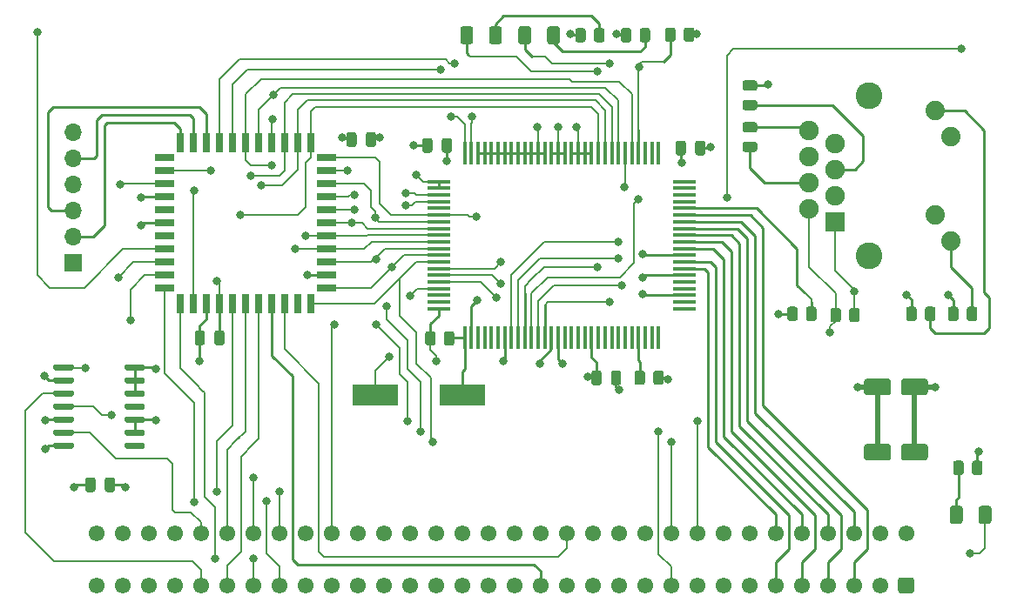
<source format=gtl>
G04 #@! TF.GenerationSoftware,KiCad,Pcbnew,(5.1.10)-1*
G04 #@! TF.CreationDate,2021-07-30T10:28:04+01:00*
G04 #@! TF.ProjectId,Eth8019,45746838-3031-4392-9e6b-696361645f70,rev?*
G04 #@! TF.SameCoordinates,Original*
G04 #@! TF.FileFunction,Copper,L1,Top*
G04 #@! TF.FilePolarity,Positive*
%FSLAX46Y46*%
G04 Gerber Fmt 4.6, Leading zero omitted, Abs format (unit mm)*
G04 Created by KiCad (PCBNEW (5.1.10)-1) date 2021-07-30 10:28:04*
%MOMM*%
%LPD*%
G01*
G04 APERTURE LIST*
G04 #@! TA.AperFunction,SMDPad,CuDef*
%ADD10R,4.500000X2.000000*%
G04 #@! TD*
G04 #@! TA.AperFunction,SMDPad,CuDef*
%ADD11R,2.200000X0.350000*%
G04 #@! TD*
G04 #@! TA.AperFunction,SMDPad,CuDef*
%ADD12R,0.350000X2.200000*%
G04 #@! TD*
G04 #@! TA.AperFunction,SMDPad,CuDef*
%ADD13R,0.700000X1.925000*%
G04 #@! TD*
G04 #@! TA.AperFunction,SMDPad,CuDef*
%ADD14R,1.925000X0.700000*%
G04 #@! TD*
G04 #@! TA.AperFunction,ComponentPad*
%ADD15C,2.600000*%
G04 #@! TD*
G04 #@! TA.AperFunction,ComponentPad*
%ADD16C,1.890000*%
G04 #@! TD*
G04 #@! TA.AperFunction,ComponentPad*
%ADD17C,1.900000*%
G04 #@! TD*
G04 #@! TA.AperFunction,ComponentPad*
%ADD18R,1.900000X1.900000*%
G04 #@! TD*
G04 #@! TA.AperFunction,ComponentPad*
%ADD19O,1.700000X1.700000*%
G04 #@! TD*
G04 #@! TA.AperFunction,ComponentPad*
%ADD20R,1.700000X1.700000*%
G04 #@! TD*
G04 #@! TA.AperFunction,ComponentPad*
%ADD21C,1.550000*%
G04 #@! TD*
G04 #@! TA.AperFunction,ViaPad*
%ADD22C,0.800000*%
G04 #@! TD*
G04 #@! TA.AperFunction,Conductor*
%ADD23C,0.250000*%
G04 #@! TD*
G04 #@! TA.AperFunction,Conductor*
%ADD24C,0.500000*%
G04 #@! TD*
G04 #@! TA.AperFunction,Conductor*
%ADD25C,0.210000*%
G04 #@! TD*
G04 APERTURE END LIST*
G04 #@! TA.AperFunction,SMDPad,CuDef*
G36*
G01*
X136900000Y-101875000D02*
X136900000Y-100925000D01*
G75*
G02*
X137150000Y-100675000I250000J0D01*
G01*
X137650000Y-100675000D01*
G75*
G02*
X137900000Y-100925000I0J-250000D01*
G01*
X137900000Y-101875000D01*
G75*
G02*
X137650000Y-102125000I-250000J0D01*
G01*
X137150000Y-102125000D01*
G75*
G02*
X136900000Y-101875000I0J250000D01*
G01*
G37*
G04 #@! TD.AperFunction*
G04 #@! TA.AperFunction,SMDPad,CuDef*
G36*
G01*
X135000000Y-101875000D02*
X135000000Y-100925000D01*
G75*
G02*
X135250000Y-100675000I250000J0D01*
G01*
X135750000Y-100675000D01*
G75*
G02*
X136000000Y-100925000I0J-250000D01*
G01*
X136000000Y-101875000D01*
G75*
G02*
X135750000Y-102125000I-250000J0D01*
G01*
X135250000Y-102125000D01*
G75*
G02*
X135000000Y-101875000I0J250000D01*
G01*
G37*
G04 #@! TD.AperFunction*
D10*
X137795000Y-126238000D03*
X146295000Y-126238000D03*
D11*
X167894000Y-105499000D03*
X167894000Y-106149000D03*
X167894000Y-106799000D03*
X167894000Y-107449000D03*
X167894000Y-108099000D03*
X167894000Y-108749000D03*
X167894000Y-109399000D03*
X167894000Y-110049000D03*
X167894000Y-110699000D03*
X167894000Y-111349000D03*
X167894000Y-111999000D03*
X167894000Y-112649000D03*
X167894000Y-113299000D03*
X167894000Y-113949000D03*
X167894000Y-114599000D03*
X167894000Y-115249000D03*
X167894000Y-115899000D03*
X167894000Y-116549000D03*
X167894000Y-117199000D03*
X167894000Y-117849000D03*
D12*
X165354000Y-120639000D03*
X164704000Y-120639000D03*
X164054000Y-120639000D03*
X163404000Y-120639000D03*
X162754000Y-120639000D03*
X162104000Y-120639000D03*
X161454000Y-120639000D03*
X160804000Y-120639000D03*
X160154000Y-120639000D03*
X159504000Y-120639000D03*
X158854000Y-120639000D03*
X158204000Y-120639000D03*
X157554000Y-120639000D03*
X156904000Y-120639000D03*
X156254000Y-120639000D03*
X155604000Y-120639000D03*
X154954000Y-120639000D03*
X154304000Y-120639000D03*
X153654000Y-120639000D03*
X153004000Y-120639000D03*
X152354000Y-120639000D03*
X151704000Y-120639000D03*
X151054000Y-120639000D03*
X150404000Y-120639000D03*
X149754000Y-120639000D03*
X149104000Y-120639000D03*
X148454000Y-120639000D03*
X147804000Y-120639000D03*
X147154000Y-120639000D03*
X146504000Y-120639000D03*
D11*
X143964000Y-117849000D03*
X143964000Y-117199000D03*
X143964000Y-116549000D03*
X143964000Y-115899000D03*
X143964000Y-115249000D03*
X143964000Y-114599000D03*
X143964000Y-113949000D03*
X143964000Y-113299000D03*
X143964000Y-112649000D03*
X143964000Y-111999000D03*
X143964000Y-111349000D03*
X143964000Y-110699000D03*
X143964000Y-110049000D03*
X143964000Y-109399000D03*
X143964000Y-108749000D03*
X143964000Y-108099000D03*
X143964000Y-107449000D03*
X143964000Y-106799000D03*
X143964000Y-106149000D03*
X143964000Y-105499000D03*
D12*
X146504000Y-102709000D03*
X147154000Y-102709000D03*
X147804000Y-102709000D03*
X148454000Y-102709000D03*
X149104000Y-102709000D03*
X149754000Y-102709000D03*
X150404000Y-102709000D03*
X151054000Y-102709000D03*
X151704000Y-102709000D03*
X152354000Y-102709000D03*
X153004000Y-102709000D03*
X153654000Y-102709000D03*
X154304000Y-102709000D03*
X154954000Y-102709000D03*
X155604000Y-102709000D03*
X156254000Y-102709000D03*
X156904000Y-102709000D03*
X157554000Y-102709000D03*
X158204000Y-102709000D03*
X158854000Y-102709000D03*
X159504000Y-102709000D03*
X160154000Y-102709000D03*
X160804000Y-102709000D03*
X161454000Y-102709000D03*
X162104000Y-102709000D03*
X162754000Y-102709000D03*
X163404000Y-102709000D03*
X164054000Y-102709000D03*
X164704000Y-102709000D03*
X165354000Y-102709000D03*
D13*
X131555500Y-117391500D03*
X130285500Y-117391500D03*
X129015500Y-117391500D03*
X127745500Y-117391500D03*
X126475500Y-117391500D03*
X125205500Y-117391500D03*
X123935500Y-117391500D03*
X122665500Y-117391500D03*
X121395500Y-117391500D03*
X120125500Y-117391500D03*
X118855500Y-117391500D03*
D14*
X117343000Y-115879000D03*
X117343000Y-114609000D03*
X117343000Y-113339000D03*
X117343000Y-112069000D03*
X117343000Y-110799000D03*
X117343000Y-109529000D03*
X117343000Y-108259000D03*
X117343000Y-106989000D03*
X117343000Y-105719000D03*
X117343000Y-104449000D03*
X117343000Y-103179000D03*
D13*
X118855500Y-101666500D03*
X120125500Y-101666500D03*
X121395500Y-101666500D03*
X122665500Y-101666500D03*
X123935500Y-101666500D03*
X125205500Y-101666500D03*
X126475500Y-101666500D03*
X127745500Y-101666500D03*
X129015500Y-101666500D03*
X130285500Y-101666500D03*
X131555500Y-101666500D03*
D14*
X133068000Y-115879000D03*
X133068000Y-114609000D03*
X133068000Y-113339000D03*
X133068000Y-112069000D03*
X133068000Y-110799000D03*
X133068000Y-103179000D03*
X133068000Y-104449000D03*
X133068000Y-105719000D03*
X133068000Y-106989000D03*
X133068000Y-108259000D03*
X133068000Y-109529000D03*
G04 #@! TA.AperFunction,SMDPad,CuDef*
G36*
G01*
X113439500Y-123721000D02*
X113439500Y-123421000D01*
G75*
G02*
X113589500Y-123271000I150000J0D01*
G01*
X115264500Y-123271000D01*
G75*
G02*
X115414500Y-123421000I0J-150000D01*
G01*
X115414500Y-123721000D01*
G75*
G02*
X115264500Y-123871000I-150000J0D01*
G01*
X113589500Y-123871000D01*
G75*
G02*
X113439500Y-123721000I0J150000D01*
G01*
G37*
G04 #@! TD.AperFunction*
G04 #@! TA.AperFunction,SMDPad,CuDef*
G36*
G01*
X113439500Y-124991000D02*
X113439500Y-124691000D01*
G75*
G02*
X113589500Y-124541000I150000J0D01*
G01*
X115264500Y-124541000D01*
G75*
G02*
X115414500Y-124691000I0J-150000D01*
G01*
X115414500Y-124991000D01*
G75*
G02*
X115264500Y-125141000I-150000J0D01*
G01*
X113589500Y-125141000D01*
G75*
G02*
X113439500Y-124991000I0J150000D01*
G01*
G37*
G04 #@! TD.AperFunction*
G04 #@! TA.AperFunction,SMDPad,CuDef*
G36*
G01*
X113439500Y-126261000D02*
X113439500Y-125961000D01*
G75*
G02*
X113589500Y-125811000I150000J0D01*
G01*
X115264500Y-125811000D01*
G75*
G02*
X115414500Y-125961000I0J-150000D01*
G01*
X115414500Y-126261000D01*
G75*
G02*
X115264500Y-126411000I-150000J0D01*
G01*
X113589500Y-126411000D01*
G75*
G02*
X113439500Y-126261000I0J150000D01*
G01*
G37*
G04 #@! TD.AperFunction*
G04 #@! TA.AperFunction,SMDPad,CuDef*
G36*
G01*
X113439500Y-127531000D02*
X113439500Y-127231000D01*
G75*
G02*
X113589500Y-127081000I150000J0D01*
G01*
X115264500Y-127081000D01*
G75*
G02*
X115414500Y-127231000I0J-150000D01*
G01*
X115414500Y-127531000D01*
G75*
G02*
X115264500Y-127681000I-150000J0D01*
G01*
X113589500Y-127681000D01*
G75*
G02*
X113439500Y-127531000I0J150000D01*
G01*
G37*
G04 #@! TD.AperFunction*
G04 #@! TA.AperFunction,SMDPad,CuDef*
G36*
G01*
X113439500Y-128801000D02*
X113439500Y-128501000D01*
G75*
G02*
X113589500Y-128351000I150000J0D01*
G01*
X115264500Y-128351000D01*
G75*
G02*
X115414500Y-128501000I0J-150000D01*
G01*
X115414500Y-128801000D01*
G75*
G02*
X115264500Y-128951000I-150000J0D01*
G01*
X113589500Y-128951000D01*
G75*
G02*
X113439500Y-128801000I0J150000D01*
G01*
G37*
G04 #@! TD.AperFunction*
G04 #@! TA.AperFunction,SMDPad,CuDef*
G36*
G01*
X113439500Y-130071000D02*
X113439500Y-129771000D01*
G75*
G02*
X113589500Y-129621000I150000J0D01*
G01*
X115264500Y-129621000D01*
G75*
G02*
X115414500Y-129771000I0J-150000D01*
G01*
X115414500Y-130071000D01*
G75*
G02*
X115264500Y-130221000I-150000J0D01*
G01*
X113589500Y-130221000D01*
G75*
G02*
X113439500Y-130071000I0J150000D01*
G01*
G37*
G04 #@! TD.AperFunction*
G04 #@! TA.AperFunction,SMDPad,CuDef*
G36*
G01*
X113439500Y-131341000D02*
X113439500Y-131041000D01*
G75*
G02*
X113589500Y-130891000I150000J0D01*
G01*
X115264500Y-130891000D01*
G75*
G02*
X115414500Y-131041000I0J-150000D01*
G01*
X115414500Y-131341000D01*
G75*
G02*
X115264500Y-131491000I-150000J0D01*
G01*
X113589500Y-131491000D01*
G75*
G02*
X113439500Y-131341000I0J150000D01*
G01*
G37*
G04 #@! TD.AperFunction*
G04 #@! TA.AperFunction,SMDPad,CuDef*
G36*
G01*
X106514500Y-131341000D02*
X106514500Y-131041000D01*
G75*
G02*
X106664500Y-130891000I150000J0D01*
G01*
X108339500Y-130891000D01*
G75*
G02*
X108489500Y-131041000I0J-150000D01*
G01*
X108489500Y-131341000D01*
G75*
G02*
X108339500Y-131491000I-150000J0D01*
G01*
X106664500Y-131491000D01*
G75*
G02*
X106514500Y-131341000I0J150000D01*
G01*
G37*
G04 #@! TD.AperFunction*
G04 #@! TA.AperFunction,SMDPad,CuDef*
G36*
G01*
X106514500Y-130071000D02*
X106514500Y-129771000D01*
G75*
G02*
X106664500Y-129621000I150000J0D01*
G01*
X108339500Y-129621000D01*
G75*
G02*
X108489500Y-129771000I0J-150000D01*
G01*
X108489500Y-130071000D01*
G75*
G02*
X108339500Y-130221000I-150000J0D01*
G01*
X106664500Y-130221000D01*
G75*
G02*
X106514500Y-130071000I0J150000D01*
G01*
G37*
G04 #@! TD.AperFunction*
G04 #@! TA.AperFunction,SMDPad,CuDef*
G36*
G01*
X106514500Y-128801000D02*
X106514500Y-128501000D01*
G75*
G02*
X106664500Y-128351000I150000J0D01*
G01*
X108339500Y-128351000D01*
G75*
G02*
X108489500Y-128501000I0J-150000D01*
G01*
X108489500Y-128801000D01*
G75*
G02*
X108339500Y-128951000I-150000J0D01*
G01*
X106664500Y-128951000D01*
G75*
G02*
X106514500Y-128801000I0J150000D01*
G01*
G37*
G04 #@! TD.AperFunction*
G04 #@! TA.AperFunction,SMDPad,CuDef*
G36*
G01*
X106514500Y-127531000D02*
X106514500Y-127231000D01*
G75*
G02*
X106664500Y-127081000I150000J0D01*
G01*
X108339500Y-127081000D01*
G75*
G02*
X108489500Y-127231000I0J-150000D01*
G01*
X108489500Y-127531000D01*
G75*
G02*
X108339500Y-127681000I-150000J0D01*
G01*
X106664500Y-127681000D01*
G75*
G02*
X106514500Y-127531000I0J150000D01*
G01*
G37*
G04 #@! TD.AperFunction*
G04 #@! TA.AperFunction,SMDPad,CuDef*
G36*
G01*
X106514500Y-126261000D02*
X106514500Y-125961000D01*
G75*
G02*
X106664500Y-125811000I150000J0D01*
G01*
X108339500Y-125811000D01*
G75*
G02*
X108489500Y-125961000I0J-150000D01*
G01*
X108489500Y-126261000D01*
G75*
G02*
X108339500Y-126411000I-150000J0D01*
G01*
X106664500Y-126411000D01*
G75*
G02*
X106514500Y-126261000I0J150000D01*
G01*
G37*
G04 #@! TD.AperFunction*
G04 #@! TA.AperFunction,SMDPad,CuDef*
G36*
G01*
X106514500Y-124991000D02*
X106514500Y-124691000D01*
G75*
G02*
X106664500Y-124541000I150000J0D01*
G01*
X108339500Y-124541000D01*
G75*
G02*
X108489500Y-124691000I0J-150000D01*
G01*
X108489500Y-124991000D01*
G75*
G02*
X108339500Y-125141000I-150000J0D01*
G01*
X106664500Y-125141000D01*
G75*
G02*
X106514500Y-124991000I0J150000D01*
G01*
G37*
G04 #@! TD.AperFunction*
G04 #@! TA.AperFunction,SMDPad,CuDef*
G36*
G01*
X106514500Y-123721000D02*
X106514500Y-123421000D01*
G75*
G02*
X106664500Y-123271000I150000J0D01*
G01*
X108339500Y-123271000D01*
G75*
G02*
X108489500Y-123421000I0J-150000D01*
G01*
X108489500Y-123721000D01*
G75*
G02*
X108339500Y-123871000I-150000J0D01*
G01*
X106664500Y-123871000D01*
G75*
G02*
X106514500Y-123721000I0J150000D01*
G01*
G37*
G04 #@! TD.AperFunction*
G04 #@! TA.AperFunction,SMDPad,CuDef*
G36*
G01*
X163522000Y-91697002D02*
X163522000Y-90796998D01*
G75*
G02*
X163771998Y-90547000I249998J0D01*
G01*
X164297002Y-90547000D01*
G75*
G02*
X164547000Y-90796998I0J-249998D01*
G01*
X164547000Y-91697002D01*
G75*
G02*
X164297002Y-91947000I-249998J0D01*
G01*
X163771998Y-91947000D01*
G75*
G02*
X163522000Y-91697002I0J249998D01*
G01*
G37*
G04 #@! TD.AperFunction*
G04 #@! TA.AperFunction,SMDPad,CuDef*
G36*
G01*
X161697000Y-91697002D02*
X161697000Y-90796998D01*
G75*
G02*
X161946998Y-90547000I249998J0D01*
G01*
X162472002Y-90547000D01*
G75*
G02*
X162722000Y-90796998I0J-249998D01*
G01*
X162722000Y-91697002D01*
G75*
G02*
X162472002Y-91947000I-249998J0D01*
G01*
X161946998Y-91947000D01*
G75*
G02*
X161697000Y-91697002I0J249998D01*
G01*
G37*
G04 #@! TD.AperFunction*
G04 #@! TA.AperFunction,SMDPad,CuDef*
G36*
G01*
X159077000Y-91697002D02*
X159077000Y-90796998D01*
G75*
G02*
X159326998Y-90547000I249998J0D01*
G01*
X159852002Y-90547000D01*
G75*
G02*
X160102000Y-90796998I0J-249998D01*
G01*
X160102000Y-91697002D01*
G75*
G02*
X159852002Y-91947000I-249998J0D01*
G01*
X159326998Y-91947000D01*
G75*
G02*
X159077000Y-91697002I0J249998D01*
G01*
G37*
G04 #@! TD.AperFunction*
G04 #@! TA.AperFunction,SMDPad,CuDef*
G36*
G01*
X157252000Y-91697002D02*
X157252000Y-90796998D01*
G75*
G02*
X157501998Y-90547000I249998J0D01*
G01*
X158027002Y-90547000D01*
G75*
G02*
X158277000Y-90796998I0J-249998D01*
G01*
X158277000Y-91697002D01*
G75*
G02*
X158027002Y-91947000I-249998J0D01*
G01*
X157501998Y-91947000D01*
G75*
G02*
X157252000Y-91697002I0J249998D01*
G01*
G37*
G04 #@! TD.AperFunction*
G04 #@! TA.AperFunction,SMDPad,CuDef*
G36*
G01*
X191257500Y-118814002D02*
X191257500Y-117913998D01*
G75*
G02*
X191507498Y-117664000I249998J0D01*
G01*
X192032502Y-117664000D01*
G75*
G02*
X192282500Y-117913998I0J-249998D01*
G01*
X192282500Y-118814002D01*
G75*
G02*
X192032502Y-119064000I-249998J0D01*
G01*
X191507498Y-119064000D01*
G75*
G02*
X191257500Y-118814002I0J249998D01*
G01*
G37*
G04 #@! TD.AperFunction*
G04 #@! TA.AperFunction,SMDPad,CuDef*
G36*
G01*
X189432500Y-118814002D02*
X189432500Y-117913998D01*
G75*
G02*
X189682498Y-117664000I249998J0D01*
G01*
X190207502Y-117664000D01*
G75*
G02*
X190457500Y-117913998I0J-249998D01*
G01*
X190457500Y-118814002D01*
G75*
G02*
X190207502Y-119064000I-249998J0D01*
G01*
X189682498Y-119064000D01*
G75*
G02*
X189432500Y-118814002I0J249998D01*
G01*
G37*
G04 #@! TD.AperFunction*
G04 #@! TA.AperFunction,SMDPad,CuDef*
G36*
G01*
X195321500Y-118814002D02*
X195321500Y-117913998D01*
G75*
G02*
X195571498Y-117664000I249998J0D01*
G01*
X196096502Y-117664000D01*
G75*
G02*
X196346500Y-117913998I0J-249998D01*
G01*
X196346500Y-118814002D01*
G75*
G02*
X196096502Y-119064000I-249998J0D01*
G01*
X195571498Y-119064000D01*
G75*
G02*
X195321500Y-118814002I0J249998D01*
G01*
G37*
G04 #@! TD.AperFunction*
G04 #@! TA.AperFunction,SMDPad,CuDef*
G36*
G01*
X193496500Y-118814002D02*
X193496500Y-117913998D01*
G75*
G02*
X193746498Y-117664000I249998J0D01*
G01*
X194271502Y-117664000D01*
G75*
G02*
X194521500Y-117913998I0J-249998D01*
G01*
X194521500Y-118814002D01*
G75*
G02*
X194271502Y-119064000I-249998J0D01*
G01*
X193746498Y-119064000D01*
G75*
G02*
X193496500Y-118814002I0J249998D01*
G01*
G37*
G04 #@! TD.AperFunction*
G04 #@! TA.AperFunction,SMDPad,CuDef*
G36*
G01*
X183085500Y-118040998D02*
X183085500Y-118941002D01*
G75*
G02*
X182835502Y-119191000I-249998J0D01*
G01*
X182310498Y-119191000D01*
G75*
G02*
X182060500Y-118941002I0J249998D01*
G01*
X182060500Y-118040998D01*
G75*
G02*
X182310498Y-117791000I249998J0D01*
G01*
X182835502Y-117791000D01*
G75*
G02*
X183085500Y-118040998I0J-249998D01*
G01*
G37*
G04 #@! TD.AperFunction*
G04 #@! TA.AperFunction,SMDPad,CuDef*
G36*
G01*
X184910500Y-118040998D02*
X184910500Y-118941002D01*
G75*
G02*
X184660502Y-119191000I-249998J0D01*
G01*
X184135498Y-119191000D01*
G75*
G02*
X183885500Y-118941002I0J249998D01*
G01*
X183885500Y-118040998D01*
G75*
G02*
X184135498Y-117791000I249998J0D01*
G01*
X184660502Y-117791000D01*
G75*
G02*
X184910500Y-118040998I0J-249998D01*
G01*
G37*
G04 #@! TD.AperFunction*
G04 #@! TA.AperFunction,SMDPad,CuDef*
G36*
G01*
X143687500Y-120299998D02*
X143687500Y-121200002D01*
G75*
G02*
X143437502Y-121450000I-249998J0D01*
G01*
X142912498Y-121450000D01*
G75*
G02*
X142662500Y-121200002I0J249998D01*
G01*
X142662500Y-120299998D01*
G75*
G02*
X142912498Y-120050000I249998J0D01*
G01*
X143437502Y-120050000D01*
G75*
G02*
X143687500Y-120299998I0J-249998D01*
G01*
G37*
G04 #@! TD.AperFunction*
G04 #@! TA.AperFunction,SMDPad,CuDef*
G36*
G01*
X145512500Y-120299998D02*
X145512500Y-121200002D01*
G75*
G02*
X145262502Y-121450000I-249998J0D01*
G01*
X144737498Y-121450000D01*
G75*
G02*
X144487500Y-121200002I0J249998D01*
G01*
X144487500Y-120299998D01*
G75*
G02*
X144737498Y-120050000I249998J0D01*
G01*
X145262502Y-120050000D01*
G75*
G02*
X145512500Y-120299998I0J-249998D01*
G01*
G37*
G04 #@! TD.AperFunction*
G04 #@! TA.AperFunction,SMDPad,CuDef*
G36*
G01*
X167812500Y-91650002D02*
X167812500Y-90749998D01*
G75*
G02*
X168062498Y-90500000I249998J0D01*
G01*
X168587502Y-90500000D01*
G75*
G02*
X168837500Y-90749998I0J-249998D01*
G01*
X168837500Y-91650002D01*
G75*
G02*
X168587502Y-91900000I-249998J0D01*
G01*
X168062498Y-91900000D01*
G75*
G02*
X167812500Y-91650002I0J249998D01*
G01*
G37*
G04 #@! TD.AperFunction*
G04 #@! TA.AperFunction,SMDPad,CuDef*
G36*
G01*
X165987500Y-91650002D02*
X165987500Y-90749998D01*
G75*
G02*
X166237498Y-90500000I249998J0D01*
G01*
X166762502Y-90500000D01*
G75*
G02*
X167012500Y-90749998I0J-249998D01*
G01*
X167012500Y-91650002D01*
G75*
G02*
X166762502Y-91900000I-249998J0D01*
G01*
X166237498Y-91900000D01*
G75*
G02*
X165987500Y-91650002I0J249998D01*
G01*
G37*
G04 #@! TD.AperFunction*
G04 #@! TA.AperFunction,SMDPad,CuDef*
G36*
G01*
X164841500Y-125037002D02*
X164841500Y-124136998D01*
G75*
G02*
X165091498Y-123887000I249998J0D01*
G01*
X165616502Y-123887000D01*
G75*
G02*
X165866500Y-124136998I0J-249998D01*
G01*
X165866500Y-125037002D01*
G75*
G02*
X165616502Y-125287000I-249998J0D01*
G01*
X165091498Y-125287000D01*
G75*
G02*
X164841500Y-125037002I0J249998D01*
G01*
G37*
G04 #@! TD.AperFunction*
G04 #@! TA.AperFunction,SMDPad,CuDef*
G36*
G01*
X163016500Y-125037002D02*
X163016500Y-124136998D01*
G75*
G02*
X163266498Y-123887000I249998J0D01*
G01*
X163791502Y-123887000D01*
G75*
G02*
X164041500Y-124136998I0J-249998D01*
G01*
X164041500Y-125037002D01*
G75*
G02*
X163791502Y-125287000I-249998J0D01*
G01*
X163266498Y-125287000D01*
G75*
G02*
X163016500Y-125037002I0J249998D01*
G01*
G37*
G04 #@! TD.AperFunction*
G04 #@! TA.AperFunction,SMDPad,CuDef*
G36*
G01*
X178894500Y-117913998D02*
X178894500Y-118814002D01*
G75*
G02*
X178644502Y-119064000I-249998J0D01*
G01*
X178119498Y-119064000D01*
G75*
G02*
X177869500Y-118814002I0J249998D01*
G01*
X177869500Y-117913998D01*
G75*
G02*
X178119498Y-117664000I249998J0D01*
G01*
X178644502Y-117664000D01*
G75*
G02*
X178894500Y-117913998I0J-249998D01*
G01*
G37*
G04 #@! TD.AperFunction*
G04 #@! TA.AperFunction,SMDPad,CuDef*
G36*
G01*
X180719500Y-117913998D02*
X180719500Y-118814002D01*
G75*
G02*
X180469502Y-119064000I-249998J0D01*
G01*
X179944498Y-119064000D01*
G75*
G02*
X179694500Y-118814002I0J249998D01*
G01*
X179694500Y-117913998D01*
G75*
G02*
X179944498Y-117664000I249998J0D01*
G01*
X180469502Y-117664000D01*
G75*
G02*
X180719500Y-117913998I0J-249998D01*
G01*
G37*
G04 #@! TD.AperFunction*
G04 #@! TA.AperFunction,SMDPad,CuDef*
G36*
G01*
X195029500Y-132899998D02*
X195029500Y-133800002D01*
G75*
G02*
X194779502Y-134050000I-249998J0D01*
G01*
X194254498Y-134050000D01*
G75*
G02*
X194004500Y-133800002I0J249998D01*
G01*
X194004500Y-132899998D01*
G75*
G02*
X194254498Y-132650000I249998J0D01*
G01*
X194779502Y-132650000D01*
G75*
G02*
X195029500Y-132899998I0J-249998D01*
G01*
G37*
G04 #@! TD.AperFunction*
G04 #@! TA.AperFunction,SMDPad,CuDef*
G36*
G01*
X196854500Y-132899998D02*
X196854500Y-133800002D01*
G75*
G02*
X196604502Y-134050000I-249998J0D01*
G01*
X196079498Y-134050000D01*
G75*
G02*
X195829500Y-133800002I0J249998D01*
G01*
X195829500Y-132899998D01*
G75*
G02*
X196079498Y-132650000I249998J0D01*
G01*
X196604502Y-132650000D01*
G75*
G02*
X196854500Y-132899998I0J-249998D01*
G01*
G37*
G04 #@! TD.AperFunction*
D15*
X185848000Y-97152000D03*
X185848000Y-112702000D03*
D16*
X193798000Y-111252000D03*
X192278000Y-108712000D03*
X193798000Y-101142000D03*
X192278000Y-98602000D03*
D17*
X180018000Y-100482000D03*
X182558000Y-101752000D03*
X180018000Y-103022000D03*
X182558000Y-104292000D03*
X180018000Y-105562000D03*
X182558000Y-106832000D03*
X180018000Y-108102000D03*
D18*
X182558000Y-109372000D03*
D19*
X108458000Y-100711000D03*
X108458000Y-103251000D03*
X108458000Y-105791000D03*
X108458000Y-108331000D03*
X108458000Y-110871000D03*
D20*
X108458000Y-113411000D03*
D21*
X110688000Y-139708000D03*
X113228000Y-139708000D03*
X115768000Y-139708000D03*
X118308000Y-139708000D03*
X120848000Y-139708000D03*
X123388000Y-139708000D03*
X125928000Y-139708000D03*
X128468000Y-139708000D03*
X131008000Y-139708000D03*
X133548000Y-139708000D03*
X136088000Y-139708000D03*
X138628000Y-139708000D03*
X141168000Y-139708000D03*
X143708000Y-139708000D03*
X146248000Y-139708000D03*
X148788000Y-139708000D03*
X151328000Y-139708000D03*
X153868000Y-139708000D03*
X156408000Y-139708000D03*
X158948000Y-139708000D03*
X161488000Y-139708000D03*
X164028000Y-139708000D03*
X166568000Y-139708000D03*
X169108000Y-139708000D03*
X171648000Y-139708000D03*
X174188000Y-139708000D03*
X176728000Y-139708000D03*
X179268000Y-139708000D03*
X181808000Y-139708000D03*
X184348000Y-139708000D03*
X186888000Y-139708000D03*
X189428000Y-139708000D03*
X110688000Y-144788000D03*
X113228000Y-144788000D03*
X115768000Y-144788000D03*
X118308000Y-144788000D03*
X120848000Y-144788000D03*
X123388000Y-144788000D03*
X125928000Y-144788000D03*
X128468000Y-144788000D03*
X131008000Y-144788000D03*
X133548000Y-144788000D03*
X136088000Y-144788000D03*
X138628000Y-144788000D03*
X141168000Y-144788000D03*
X143708000Y-144788000D03*
X146248000Y-144788000D03*
X148788000Y-144788000D03*
X151328000Y-144788000D03*
X153868000Y-144788000D03*
X156408000Y-144788000D03*
X158948000Y-144788000D03*
X161488000Y-144788000D03*
X164028000Y-144788000D03*
X166568000Y-144788000D03*
X169108000Y-144788000D03*
X171648000Y-144788000D03*
X174188000Y-144788000D03*
X176728000Y-144788000D03*
X179268000Y-144788000D03*
X181808000Y-144788000D03*
X184348000Y-144788000D03*
X186888000Y-144788000D03*
G04 #@! TA.AperFunction,ComponentPad*
G36*
G01*
X190203000Y-144262998D02*
X190203000Y-145313002D01*
G75*
G02*
X189953002Y-145563000I-249998J0D01*
G01*
X188902998Y-145563000D01*
G75*
G02*
X188653000Y-145313002I0J249998D01*
G01*
X188653000Y-144262998D01*
G75*
G02*
X188902998Y-144013000I249998J0D01*
G01*
X189953002Y-144013000D01*
G75*
G02*
X190203000Y-144262998I0J-249998D01*
G01*
G37*
G04 #@! TD.AperFunction*
G04 #@! TA.AperFunction,SMDPad,CuDef*
G36*
G01*
X154522000Y-91880000D02*
X154522000Y-90630000D01*
G75*
G02*
X154772000Y-90380000I250000J0D01*
G01*
X155522000Y-90380000D01*
G75*
G02*
X155772000Y-90630000I0J-250000D01*
G01*
X155772000Y-91880000D01*
G75*
G02*
X155522000Y-92130000I-250000J0D01*
G01*
X154772000Y-92130000D01*
G75*
G02*
X154522000Y-91880000I0J250000D01*
G01*
G37*
G04 #@! TD.AperFunction*
G04 #@! TA.AperFunction,SMDPad,CuDef*
G36*
G01*
X151722000Y-91880000D02*
X151722000Y-90630000D01*
G75*
G02*
X151972000Y-90380000I250000J0D01*
G01*
X152722000Y-90380000D01*
G75*
G02*
X152972000Y-90630000I0J-250000D01*
G01*
X152972000Y-91880000D01*
G75*
G02*
X152722000Y-92130000I-250000J0D01*
G01*
X151972000Y-92130000D01*
G75*
G02*
X151722000Y-91880000I0J250000D01*
G01*
G37*
G04 #@! TD.AperFunction*
G04 #@! TA.AperFunction,SMDPad,CuDef*
G36*
G01*
X148872000Y-91880000D02*
X148872000Y-90630000D01*
G75*
G02*
X149122000Y-90380000I250000J0D01*
G01*
X149872000Y-90380000D01*
G75*
G02*
X150122000Y-90630000I0J-250000D01*
G01*
X150122000Y-91880000D01*
G75*
G02*
X149872000Y-92130000I-250000J0D01*
G01*
X149122000Y-92130000D01*
G75*
G02*
X148872000Y-91880000I0J250000D01*
G01*
G37*
G04 #@! TD.AperFunction*
G04 #@! TA.AperFunction,SMDPad,CuDef*
G36*
G01*
X146072000Y-91880000D02*
X146072000Y-90630000D01*
G75*
G02*
X146322000Y-90380000I250000J0D01*
G01*
X147072000Y-90380000D01*
G75*
G02*
X147322000Y-90630000I0J-250000D01*
G01*
X147322000Y-91880000D01*
G75*
G02*
X147072000Y-92130000I-250000J0D01*
G01*
X146322000Y-92130000D01*
G75*
G02*
X146072000Y-91880000I0J250000D01*
G01*
G37*
G04 #@! TD.AperFunction*
G04 #@! TA.AperFunction,SMDPad,CuDef*
G36*
G01*
X194929000Y-137297000D02*
X194929000Y-138547000D01*
G75*
G02*
X194679000Y-138797000I-250000J0D01*
G01*
X193929000Y-138797000D01*
G75*
G02*
X193679000Y-138547000I0J250000D01*
G01*
X193679000Y-137297000D01*
G75*
G02*
X193929000Y-137047000I250000J0D01*
G01*
X194679000Y-137047000D01*
G75*
G02*
X194929000Y-137297000I0J-250000D01*
G01*
G37*
G04 #@! TD.AperFunction*
G04 #@! TA.AperFunction,SMDPad,CuDef*
G36*
G01*
X197729000Y-137297000D02*
X197729000Y-138547000D01*
G75*
G02*
X197479000Y-138797000I-250000J0D01*
G01*
X196729000Y-138797000D01*
G75*
G02*
X196479000Y-138547000I0J250000D01*
G01*
X196479000Y-137297000D01*
G75*
G02*
X196729000Y-137047000I250000J0D01*
G01*
X197479000Y-137047000D01*
G75*
G02*
X197729000Y-137297000I0J-250000D01*
G01*
G37*
G04 #@! TD.AperFunction*
G04 #@! TA.AperFunction,SMDPad,CuDef*
G36*
G01*
X188946000Y-132376000D02*
X188946000Y-131276000D01*
G75*
G02*
X189196000Y-131026000I250000J0D01*
G01*
X191296000Y-131026000D01*
G75*
G02*
X191546000Y-131276000I0J-250000D01*
G01*
X191546000Y-132376000D01*
G75*
G02*
X191296000Y-132626000I-250000J0D01*
G01*
X189196000Y-132626000D01*
G75*
G02*
X188946000Y-132376000I0J250000D01*
G01*
G37*
G04 #@! TD.AperFunction*
G04 #@! TA.AperFunction,SMDPad,CuDef*
G36*
G01*
X185346000Y-132376000D02*
X185346000Y-131276000D01*
G75*
G02*
X185596000Y-131026000I250000J0D01*
G01*
X187696000Y-131026000D01*
G75*
G02*
X187946000Y-131276000I0J-250000D01*
G01*
X187946000Y-132376000D01*
G75*
G02*
X187696000Y-132626000I-250000J0D01*
G01*
X185596000Y-132626000D01*
G75*
G02*
X185346000Y-132376000I0J250000D01*
G01*
G37*
G04 #@! TD.AperFunction*
G04 #@! TA.AperFunction,SMDPad,CuDef*
G36*
G01*
X188946000Y-126026000D02*
X188946000Y-124926000D01*
G75*
G02*
X189196000Y-124676000I250000J0D01*
G01*
X191296000Y-124676000D01*
G75*
G02*
X191546000Y-124926000I0J-250000D01*
G01*
X191546000Y-126026000D01*
G75*
G02*
X191296000Y-126276000I-250000J0D01*
G01*
X189196000Y-126276000D01*
G75*
G02*
X188946000Y-126026000I0J250000D01*
G01*
G37*
G04 #@! TD.AperFunction*
G04 #@! TA.AperFunction,SMDPad,CuDef*
G36*
G01*
X185346000Y-126026000D02*
X185346000Y-124926000D01*
G75*
G02*
X185596000Y-124676000I250000J0D01*
G01*
X187696000Y-124676000D01*
G75*
G02*
X187946000Y-124926000I0J-250000D01*
G01*
X187946000Y-126026000D01*
G75*
G02*
X187696000Y-126276000I-250000J0D01*
G01*
X185596000Y-126276000D01*
G75*
G02*
X185346000Y-126026000I0J250000D01*
G01*
G37*
G04 #@! TD.AperFunction*
G04 #@! TA.AperFunction,SMDPad,CuDef*
G36*
G01*
X144280000Y-102456000D02*
X144280000Y-101506000D01*
G75*
G02*
X144530000Y-101256000I250000J0D01*
G01*
X145030000Y-101256000D01*
G75*
G02*
X145280000Y-101506000I0J-250000D01*
G01*
X145280000Y-102456000D01*
G75*
G02*
X145030000Y-102706000I-250000J0D01*
G01*
X144530000Y-102706000D01*
G75*
G02*
X144280000Y-102456000I0J250000D01*
G01*
G37*
G04 #@! TD.AperFunction*
G04 #@! TA.AperFunction,SMDPad,CuDef*
G36*
G01*
X142380000Y-102456000D02*
X142380000Y-101506000D01*
G75*
G02*
X142630000Y-101256000I250000J0D01*
G01*
X143130000Y-101256000D01*
G75*
G02*
X143380000Y-101506000I0J-250000D01*
G01*
X143380000Y-102456000D01*
G75*
G02*
X143130000Y-102706000I-250000J0D01*
G01*
X142630000Y-102706000D01*
G75*
G02*
X142380000Y-102456000I0J250000D01*
G01*
G37*
G04 #@! TD.AperFunction*
G04 #@! TA.AperFunction,SMDPad,CuDef*
G36*
G01*
X174719000Y-96644000D02*
X173769000Y-96644000D01*
G75*
G02*
X173519000Y-96394000I0J250000D01*
G01*
X173519000Y-95894000D01*
G75*
G02*
X173769000Y-95644000I250000J0D01*
G01*
X174719000Y-95644000D01*
G75*
G02*
X174969000Y-95894000I0J-250000D01*
G01*
X174969000Y-96394000D01*
G75*
G02*
X174719000Y-96644000I-250000J0D01*
G01*
G37*
G04 #@! TD.AperFunction*
G04 #@! TA.AperFunction,SMDPad,CuDef*
G36*
G01*
X174719000Y-98544000D02*
X173769000Y-98544000D01*
G75*
G02*
X173519000Y-98294000I0J250000D01*
G01*
X173519000Y-97794000D01*
G75*
G02*
X173769000Y-97544000I250000J0D01*
G01*
X174719000Y-97544000D01*
G75*
G02*
X174969000Y-97794000I0J-250000D01*
G01*
X174969000Y-98294000D01*
G75*
G02*
X174719000Y-98544000I-250000J0D01*
G01*
G37*
G04 #@! TD.AperFunction*
G04 #@! TA.AperFunction,SMDPad,CuDef*
G36*
G01*
X160724000Y-125062000D02*
X160724000Y-124112000D01*
G75*
G02*
X160974000Y-123862000I250000J0D01*
G01*
X161474000Y-123862000D01*
G75*
G02*
X161724000Y-124112000I0J-250000D01*
G01*
X161724000Y-125062000D01*
G75*
G02*
X161474000Y-125312000I-250000J0D01*
G01*
X160974000Y-125312000D01*
G75*
G02*
X160724000Y-125062000I0J250000D01*
G01*
G37*
G04 #@! TD.AperFunction*
G04 #@! TA.AperFunction,SMDPad,CuDef*
G36*
G01*
X158824000Y-125062000D02*
X158824000Y-124112000D01*
G75*
G02*
X159074000Y-123862000I250000J0D01*
G01*
X159574000Y-123862000D01*
G75*
G02*
X159824000Y-124112000I0J-250000D01*
G01*
X159824000Y-125062000D01*
G75*
G02*
X159574000Y-125312000I-250000J0D01*
G01*
X159074000Y-125312000D01*
G75*
G02*
X158824000Y-125062000I0J250000D01*
G01*
G37*
G04 #@! TD.AperFunction*
G04 #@! TA.AperFunction,SMDPad,CuDef*
G36*
G01*
X174719000Y-100708000D02*
X173769000Y-100708000D01*
G75*
G02*
X173519000Y-100458000I0J250000D01*
G01*
X173519000Y-99958000D01*
G75*
G02*
X173769000Y-99708000I250000J0D01*
G01*
X174719000Y-99708000D01*
G75*
G02*
X174969000Y-99958000I0J-250000D01*
G01*
X174969000Y-100458000D01*
G75*
G02*
X174719000Y-100708000I-250000J0D01*
G01*
G37*
G04 #@! TD.AperFunction*
G04 #@! TA.AperFunction,SMDPad,CuDef*
G36*
G01*
X174719000Y-102608000D02*
X173769000Y-102608000D01*
G75*
G02*
X173519000Y-102358000I0J250000D01*
G01*
X173519000Y-101858000D01*
G75*
G02*
X173769000Y-101608000I250000J0D01*
G01*
X174719000Y-101608000D01*
G75*
G02*
X174969000Y-101858000I0J-250000D01*
G01*
X174969000Y-102358000D01*
G75*
G02*
X174719000Y-102608000I-250000J0D01*
G01*
G37*
G04 #@! TD.AperFunction*
G04 #@! TA.AperFunction,SMDPad,CuDef*
G36*
G01*
X168918000Y-102710000D02*
X168918000Y-101760000D01*
G75*
G02*
X169168000Y-101510000I250000J0D01*
G01*
X169668000Y-101510000D01*
G75*
G02*
X169918000Y-101760000I0J-250000D01*
G01*
X169918000Y-102710000D01*
G75*
G02*
X169668000Y-102960000I-250000J0D01*
G01*
X169168000Y-102960000D01*
G75*
G02*
X168918000Y-102710000I0J250000D01*
G01*
G37*
G04 #@! TD.AperFunction*
G04 #@! TA.AperFunction,SMDPad,CuDef*
G36*
G01*
X167018000Y-102710000D02*
X167018000Y-101760000D01*
G75*
G02*
X167268000Y-101510000I250000J0D01*
G01*
X167768000Y-101510000D01*
G75*
G02*
X168018000Y-101760000I0J-250000D01*
G01*
X168018000Y-102710000D01*
G75*
G02*
X167768000Y-102960000I-250000J0D01*
G01*
X167268000Y-102960000D01*
G75*
G02*
X167018000Y-102710000I0J250000D01*
G01*
G37*
G04 #@! TD.AperFunction*
G04 #@! TA.AperFunction,SMDPad,CuDef*
G36*
G01*
X121254000Y-120230000D02*
X121254000Y-121180000D01*
G75*
G02*
X121004000Y-121430000I-250000J0D01*
G01*
X120504000Y-121430000D01*
G75*
G02*
X120254000Y-121180000I0J250000D01*
G01*
X120254000Y-120230000D01*
G75*
G02*
X120504000Y-119980000I250000J0D01*
G01*
X121004000Y-119980000D01*
G75*
G02*
X121254000Y-120230000I0J-250000D01*
G01*
G37*
G04 #@! TD.AperFunction*
G04 #@! TA.AperFunction,SMDPad,CuDef*
G36*
G01*
X123154000Y-120230000D02*
X123154000Y-121180000D01*
G75*
G02*
X122904000Y-121430000I-250000J0D01*
G01*
X122404000Y-121430000D01*
G75*
G02*
X122154000Y-121180000I0J250000D01*
G01*
X122154000Y-120230000D01*
G75*
G02*
X122404000Y-119980000I250000J0D01*
G01*
X122904000Y-119980000D01*
G75*
G02*
X123154000Y-120230000I0J-250000D01*
G01*
G37*
G04 #@! TD.AperFunction*
G04 #@! TA.AperFunction,SMDPad,CuDef*
G36*
G01*
X110614000Y-134526000D02*
X110614000Y-135476000D01*
G75*
G02*
X110364000Y-135726000I-250000J0D01*
G01*
X109864000Y-135726000D01*
G75*
G02*
X109614000Y-135476000I0J250000D01*
G01*
X109614000Y-134526000D01*
G75*
G02*
X109864000Y-134276000I250000J0D01*
G01*
X110364000Y-134276000D01*
G75*
G02*
X110614000Y-134526000I0J-250000D01*
G01*
G37*
G04 #@! TD.AperFunction*
G04 #@! TA.AperFunction,SMDPad,CuDef*
G36*
G01*
X112514000Y-134526000D02*
X112514000Y-135476000D01*
G75*
G02*
X112264000Y-135726000I-250000J0D01*
G01*
X111764000Y-135726000D01*
G75*
G02*
X111514000Y-135476000I0J250000D01*
G01*
X111514000Y-134526000D01*
G75*
G02*
X111764000Y-134276000I250000J0D01*
G01*
X112264000Y-134276000D01*
G75*
G02*
X112514000Y-134526000I0J-250000D01*
G01*
G37*
G04 #@! TD.AperFunction*
D22*
X177032000Y-118364000D03*
X163830000Y-114808000D03*
X163830000Y-116458998D03*
X170434000Y-102108000D03*
X176022000Y-96012000D03*
X192250000Y-125500000D03*
X108500000Y-135250000D03*
X105750000Y-131500000D03*
X105750000Y-128750000D03*
X120750000Y-123000000D03*
X144750000Y-103500000D03*
X169050000Y-91100000D03*
X115000000Y-109750000D03*
X166250000Y-124750000D03*
X161500000Y-125750000D03*
X147750000Y-117000000D03*
X153800000Y-123200000D03*
X127800000Y-99400000D03*
X138200000Y-101200000D03*
X153600000Y-100200000D03*
X157400000Y-100200000D03*
X105600000Y-124400000D03*
X149987000Y-113347500D03*
X163830000Y-112522000D03*
X167640000Y-103632000D03*
X193500000Y-116500000D03*
X189500000Y-116500000D03*
X184750000Y-125500000D03*
X196500000Y-131750000D03*
X113500000Y-135250000D03*
X116500000Y-128750000D03*
X116500000Y-123750000D03*
X141500000Y-102000000D03*
X156800000Y-91100000D03*
X161300000Y-91100000D03*
X115000000Y-107000000D03*
X158500000Y-124500000D03*
X150250000Y-123000000D03*
X156000000Y-123200004D03*
X141200000Y-116600000D03*
X122400000Y-115200000D03*
X134600000Y-101200000D03*
X155600000Y-100200000D03*
X162000000Y-106000000D03*
X141800000Y-104800000D03*
X131191000Y-114617500D03*
X104965500Y-90932000D03*
X195643500Y-141668500D03*
X159400000Y-94800000D03*
X159400000Y-113799994D03*
X160600000Y-94000000D03*
X160600000Y-117200000D03*
X114000000Y-119000000D03*
X125928000Y-134310000D03*
X128524000Y-135636000D03*
X122428000Y-135636000D03*
X133858000Y-119380000D03*
X135128000Y-104394000D03*
X126746000Y-105854500D03*
X127889000Y-97091500D03*
X143400000Y-130800000D03*
X166600000Y-130800000D03*
X137922000Y-113030000D03*
X137922000Y-119380000D03*
X140970000Y-128778000D03*
X169163906Y-128778000D03*
X131064000Y-110807500D03*
X137795000Y-109029500D03*
X122200000Y-142200000D03*
X126000000Y-142200000D03*
X120199994Y-136652000D03*
X127200000Y-136597998D03*
X124714000Y-108712000D03*
X125730000Y-104902000D03*
X127698500Y-103949500D03*
X139446000Y-113792000D03*
X138938000Y-117602000D03*
X142240000Y-129794000D03*
X165354000Y-129793994D03*
X129984500Y-112077500D03*
X135500500Y-109529000D03*
X147637500Y-108902500D03*
X120200000Y-106400000D03*
X161800000Y-115599996D03*
X172000000Y-107000000D03*
X194800000Y-92600000D03*
X163400000Y-107200000D03*
X161400000Y-111399996D03*
X161400000Y-113000000D03*
X149600000Y-116800000D03*
X182000000Y-120200000D03*
X150000000Y-115400000D03*
X184398000Y-116198000D03*
X163449000Y-94361000D03*
X121793000Y-104457500D03*
X143764000Y-122936000D03*
X139128500Y-122555000D03*
X112800000Y-114800000D03*
X112200000Y-128200000D03*
X113000000Y-105800000D03*
X109600000Y-123600000D03*
X147200000Y-99200000D03*
X145542000Y-93980000D03*
X145200000Y-99200000D03*
X144193500Y-94600000D03*
X135800000Y-108200000D03*
X140800000Y-107800000D03*
X135800000Y-106800000D03*
X140800000Y-106600000D03*
D23*
X178382000Y-118364000D02*
X177032000Y-118364000D01*
X164039000Y-114599000D02*
X163830000Y-114808000D01*
X167894000Y-114599000D02*
X164039000Y-114599000D01*
X167894000Y-116549000D02*
X163920002Y-116549000D01*
X163920002Y-116549000D02*
X163830000Y-116458998D01*
X170307000Y-102235000D02*
X170434000Y-102108000D01*
X169418000Y-102235000D02*
X170307000Y-102235000D01*
X179744000Y-100208000D02*
X180018000Y-100482000D01*
X174244000Y-100208000D02*
X179744000Y-100208000D01*
X175890000Y-96144000D02*
X176022000Y-96012000D01*
X174244000Y-96144000D02*
X175890000Y-96144000D01*
D24*
X190246000Y-125476000D02*
X190246000Y-131826000D01*
X192226000Y-125476000D02*
X192250000Y-125500000D01*
X190246000Y-125476000D02*
X192226000Y-125476000D01*
D23*
X108749000Y-135001000D02*
X108500000Y-135250000D01*
X110114000Y-135001000D02*
X108749000Y-135001000D01*
X106059000Y-131191000D02*
X105750000Y-131500000D01*
X107502000Y-131191000D02*
X106059000Y-131191000D01*
X105849000Y-128651000D02*
X105750000Y-128750000D01*
X107502000Y-128651000D02*
X105849000Y-128651000D01*
X120754000Y-120705000D02*
X120754000Y-119496000D01*
X121395500Y-118854500D02*
X121395500Y-117391500D01*
X120754000Y-119496000D02*
X121395500Y-118854500D01*
X120754000Y-122996000D02*
X120750000Y-123000000D01*
X120754000Y-120705000D02*
X120754000Y-122996000D01*
X144780000Y-103470000D02*
X144750000Y-103500000D01*
X144780000Y-101981000D02*
X144780000Y-103470000D01*
X168950000Y-91200000D02*
X169050000Y-91100000D01*
X168325000Y-91200000D02*
X168950000Y-91200000D01*
X115221000Y-109529000D02*
X115000000Y-109750000D01*
X117343000Y-109529000D02*
X115221000Y-109529000D01*
X165354000Y-124587000D02*
X166087000Y-124587000D01*
X166087000Y-124587000D02*
X166250000Y-124750000D01*
X161224000Y-125474000D02*
X161500000Y-125750000D01*
X161224000Y-124587000D02*
X161224000Y-125474000D01*
X147804000Y-102709000D02*
X154304000Y-102709000D01*
X156904000Y-102709000D02*
X158854000Y-102709000D01*
X147154000Y-117596000D02*
X147750000Y-117000000D01*
X147154000Y-120639000D02*
X147154000Y-117596000D01*
X153800000Y-122926996D02*
X153800000Y-123200000D01*
X154954000Y-121772996D02*
X153800000Y-122926996D01*
X154954000Y-120639000D02*
X154954000Y-121772996D01*
D25*
X127745500Y-99454500D02*
X127800000Y-99400000D01*
X127745500Y-101666500D02*
X127745500Y-99454500D01*
X138000000Y-101400000D02*
X138200000Y-101200000D01*
X137400000Y-101400000D02*
X138000000Y-101400000D01*
X153654000Y-100254000D02*
X153600000Y-100200000D01*
X153654000Y-102709000D02*
X153654000Y-100254000D01*
X157554000Y-100354000D02*
X157400000Y-100200000D01*
X157554000Y-102709000D02*
X157554000Y-100354000D01*
D23*
X107502000Y-124841000D02*
X106041000Y-124841000D01*
X106041000Y-124841000D02*
X105600000Y-124400000D01*
D25*
X149385500Y-113949000D02*
X149987000Y-113347500D01*
X143964000Y-113949000D02*
X149385500Y-113949000D01*
D23*
X163957000Y-112649000D02*
X163830000Y-112522000D01*
X167894000Y-112649000D02*
X163957000Y-112649000D01*
X167518000Y-103510000D02*
X167640000Y-103632000D01*
X167518000Y-102235000D02*
X167518000Y-103510000D01*
X194009000Y-117009000D02*
X193500000Y-116500000D01*
X194009000Y-118364000D02*
X194009000Y-117009000D01*
X189945000Y-118364000D02*
X189945000Y-116945000D01*
X189945000Y-116945000D02*
X189500000Y-116500000D01*
D24*
X186646000Y-131826000D02*
X186646000Y-125476000D01*
X184774000Y-125476000D02*
X184750000Y-125500000D01*
X186646000Y-125476000D02*
X184774000Y-125476000D01*
D23*
X196342000Y-131908000D02*
X196500000Y-131750000D01*
X196342000Y-133350000D02*
X196342000Y-131908000D01*
X113251000Y-135001000D02*
X113500000Y-135250000D01*
X112014000Y-135001000D02*
X113251000Y-135001000D01*
X114427000Y-123571000D02*
X114427000Y-126111000D01*
X114427000Y-128651000D02*
X114427000Y-129921000D01*
X116401000Y-128651000D02*
X116500000Y-128750000D01*
X114427000Y-128651000D02*
X116401000Y-128651000D01*
X116321000Y-123571000D02*
X116500000Y-123750000D01*
X114427000Y-123571000D02*
X116321000Y-123571000D01*
X122654000Y-117403000D02*
X122665500Y-117391500D01*
X122654000Y-120705000D02*
X122654000Y-117403000D01*
X141519000Y-101981000D02*
X141500000Y-102000000D01*
X142880000Y-101981000D02*
X141519000Y-101981000D01*
X143964000Y-106149000D02*
X143964000Y-105499000D01*
X156947000Y-91247000D02*
X156800000Y-91100000D01*
X157764500Y-91247000D02*
X156947000Y-91247000D01*
X162209500Y-91247000D02*
X161447000Y-91247000D01*
X161447000Y-91247000D02*
X161300000Y-91100000D01*
X115011000Y-106989000D02*
X115000000Y-107000000D01*
X117343000Y-106989000D02*
X115011000Y-106989000D01*
X158854000Y-120639000D02*
X158854000Y-122604000D01*
X159324000Y-123074000D02*
X159324000Y-124587000D01*
X158854000Y-122604000D02*
X159324000Y-123074000D01*
X158587000Y-124587000D02*
X158500000Y-124500000D01*
X159324000Y-124587000D02*
X158587000Y-124587000D01*
X154954000Y-102709000D02*
X156254000Y-102709000D01*
X150404000Y-122846000D02*
X150250000Y-123000000D01*
X150404000Y-120639000D02*
X150404000Y-122846000D01*
X155604000Y-122804004D02*
X156000000Y-123200004D01*
X155604000Y-120639000D02*
X155604000Y-122804004D01*
D25*
X141901000Y-115899000D02*
X141200000Y-116600000D01*
X143964000Y-115899000D02*
X141901000Y-115899000D01*
X122665500Y-115465500D02*
X122400000Y-115200000D01*
X122665500Y-117391500D02*
X122665500Y-115465500D01*
X134800000Y-101400000D02*
X134600000Y-101200000D01*
X135500000Y-101400000D02*
X134800000Y-101400000D01*
X155604000Y-100204000D02*
X155600000Y-100200000D01*
X155604000Y-102709000D02*
X155604000Y-100204000D01*
X162104000Y-105896000D02*
X162000000Y-106000000D01*
X162104000Y-102709000D02*
X162104000Y-105896000D01*
X142499000Y-105499000D02*
X141800000Y-104800000D01*
X143964000Y-105499000D02*
X142499000Y-105499000D01*
D23*
X133068000Y-114609000D02*
X131199500Y-114609000D01*
X131199500Y-114609000D02*
X131191000Y-114617500D01*
X174244000Y-102108000D02*
X174244000Y-104140000D01*
X175666000Y-105562000D02*
X180018000Y-105562000D01*
X174244000Y-104140000D02*
X175666000Y-105562000D01*
X174244000Y-98044000D02*
X182294000Y-98044000D01*
X182294000Y-98044000D02*
X185250000Y-101000000D01*
X185250000Y-101000000D02*
X185250000Y-103500000D01*
X184458000Y-104292000D02*
X182558000Y-104292000D01*
X185250000Y-103500000D02*
X184458000Y-104292000D01*
X194517000Y-133350000D02*
X194517000Y-136233000D01*
X194304000Y-136446000D02*
X194304000Y-137922000D01*
X194517000Y-136233000D02*
X194304000Y-136446000D01*
D25*
X117343000Y-112069000D02*
X113292500Y-112069000D01*
X113292500Y-112069000D02*
X109537500Y-115824000D01*
X109537500Y-115824000D02*
X106172000Y-115824000D01*
X106172000Y-115824000D02*
X104965500Y-114617500D01*
X104965500Y-114617500D02*
X104965500Y-90932000D01*
X197104000Y-141160500D02*
X197104000Y-137922000D01*
X196596000Y-141668500D02*
X197104000Y-141160500D01*
X195643500Y-141668500D02*
X196596000Y-141668500D01*
D23*
X149497000Y-91255000D02*
X149497000Y-90153000D01*
X149497000Y-90153000D02*
X150300000Y-89350000D01*
X150300000Y-89350000D02*
X158800000Y-89350000D01*
X159589500Y-90139500D02*
X159589500Y-91247000D01*
X158800000Y-89350000D02*
X159589500Y-90139500D01*
X146697000Y-92997000D02*
X146697000Y-91255000D01*
D25*
X147050000Y-93350000D02*
X146850000Y-93150000D01*
X151550000Y-93350000D02*
X147050000Y-93350000D01*
D23*
X146850000Y-93150000D02*
X146697000Y-92997000D01*
D25*
X153000000Y-94800000D02*
X151550000Y-93350000D01*
X159400000Y-94800000D02*
X153000000Y-94800000D01*
X154200006Y-113799994D02*
X158834315Y-113799994D01*
X158834315Y-113799994D02*
X159400000Y-113799994D01*
X152354000Y-115646000D02*
X153000000Y-115000000D01*
X153000000Y-115000000D02*
X154200006Y-113799994D01*
X152354000Y-116354000D02*
X152354000Y-115646000D01*
D23*
X152354000Y-120639000D02*
X152354000Y-116354000D01*
X155147000Y-91255000D02*
X155147000Y-91947000D01*
X155147000Y-91947000D02*
X156050000Y-92850000D01*
X156050000Y-92850000D02*
X163550000Y-92850000D01*
X164034500Y-92365500D02*
X164034500Y-91247000D01*
X163550000Y-92850000D02*
X164034500Y-92365500D01*
X152347000Y-92647000D02*
X152347000Y-91255000D01*
X153050000Y-93350000D02*
X152347000Y-92647000D01*
D25*
X153800000Y-93350000D02*
X153050000Y-93350000D01*
X160600000Y-94000000D02*
X155000000Y-94000000D01*
X154350000Y-93350000D02*
X153800000Y-93350000D01*
X155000000Y-94000000D02*
X154350000Y-93350000D01*
X160034315Y-117200000D02*
X160600000Y-117200000D01*
X154608000Y-117200000D02*
X154304000Y-117504000D01*
X159000000Y-117200000D02*
X154608000Y-117200000D01*
D23*
X154304000Y-120639000D02*
X154304000Y-117504000D01*
D25*
X159000000Y-117200000D02*
X160034315Y-117200000D01*
X110079000Y-129921000D02*
X107502000Y-129921000D01*
X117600000Y-132400000D02*
X112558000Y-132400000D01*
X118364000Y-137668000D02*
X118110000Y-137414000D01*
X118110000Y-137414000D02*
X118110000Y-132910000D01*
X119888000Y-137668000D02*
X118364000Y-137668000D01*
X112558000Y-132400000D02*
X110079000Y-129921000D01*
X118110000Y-132910000D02*
X117600000Y-132400000D01*
X120848000Y-138628000D02*
X119888000Y-137668000D01*
X120848000Y-139708000D02*
X120848000Y-138628000D01*
X123388000Y-131612000D02*
X123388000Y-139708000D01*
X125205500Y-129794500D02*
X124300000Y-130700000D01*
X125205500Y-117391500D02*
X125205500Y-129794500D01*
X124300000Y-130700000D02*
X123388000Y-131612000D01*
X124600000Y-130400000D02*
X124300000Y-130700000D01*
X114000000Y-119000000D02*
X114000000Y-116000000D01*
X115391000Y-114609000D02*
X117343000Y-114609000D01*
X114000000Y-116000000D02*
X115391000Y-114609000D01*
X125928000Y-139708000D02*
X125928000Y-134310000D01*
X128468000Y-139708000D02*
X128468000Y-135692000D01*
X128468000Y-135692000D02*
X128524000Y-135636000D01*
X123935500Y-117391500D02*
X123935500Y-129264500D01*
X123935500Y-129264500D02*
X122428000Y-130772000D01*
X122428000Y-130772000D02*
X122428000Y-135636000D01*
X133548000Y-119690000D02*
X133858000Y-119380000D01*
X133548000Y-139708000D02*
X133548000Y-119690000D01*
X135128000Y-104394000D02*
X134620000Y-104394000D01*
X134565000Y-104449000D02*
X133068000Y-104449000D01*
X134620000Y-104394000D02*
X134565000Y-104449000D01*
X129015500Y-121815500D02*
X129015500Y-117391500D01*
X132334000Y-125134000D02*
X129015500Y-121815500D01*
X132334000Y-141534000D02*
X132334000Y-125134000D01*
X132800000Y-142000000D02*
X132334000Y-141534000D01*
X155600000Y-142000000D02*
X132800000Y-142000000D01*
X156408000Y-141192000D02*
X155600000Y-142000000D01*
X156408000Y-139708000D02*
X156408000Y-141192000D01*
X130285500Y-98514500D02*
X130285500Y-101666500D01*
X131200000Y-97600000D02*
X130285500Y-98514500D01*
X159200000Y-97600000D02*
X131200000Y-97600000D01*
X160154000Y-98554000D02*
X159200000Y-97600000D01*
X160154000Y-102709000D02*
X160154000Y-98554000D01*
X128778000Y-105854500D02*
X126746000Y-105854500D01*
X130285500Y-104347000D02*
X128778000Y-105854500D01*
X130285500Y-101666500D02*
X130285500Y-104347000D01*
X161454000Y-101399000D02*
X161400000Y-101345000D01*
X161454000Y-102709000D02*
X161454000Y-101399000D01*
X161400000Y-101345000D02*
X161400000Y-97600000D01*
X161400000Y-97600000D02*
X160200000Y-96400000D01*
X128580500Y-96400000D02*
X129039000Y-96400000D01*
X127889000Y-97091500D02*
X128580500Y-96400000D01*
X160200000Y-96400000D02*
X129039000Y-96400000D01*
X126475500Y-98505000D02*
X126475500Y-98980000D01*
X127889000Y-97091500D02*
X126475500Y-98505000D01*
X126475500Y-98980000D02*
X126475500Y-101666500D01*
X131564000Y-117400000D02*
X131555500Y-117391500D01*
X137700000Y-117400000D02*
X131564000Y-117400000D01*
X143964000Y-113299000D02*
X141801000Y-113299000D01*
X140150000Y-114950000D02*
X140150000Y-118550000D01*
X141801000Y-113299000D02*
X140150000Y-114950000D01*
X140150000Y-114950000D02*
X137700000Y-117400000D01*
X140150000Y-118550000D02*
X141800000Y-120200000D01*
X141800000Y-120200000D02*
X141800000Y-123200000D01*
X141800000Y-123200000D02*
X143200000Y-124600000D01*
X143200000Y-130600000D02*
X143400000Y-130800000D01*
X143200000Y-124600000D02*
X143200000Y-130600000D01*
X166600000Y-139676000D02*
X166568000Y-139708000D01*
X166600000Y-130800000D02*
X166600000Y-139676000D01*
X137418000Y-113339000D02*
X133068000Y-113339000D01*
X143964000Y-111999000D02*
X138758000Y-111999000D01*
X138078500Y-112873500D02*
X137922000Y-113030000D01*
X138078500Y-112678500D02*
X138078500Y-112873500D01*
X138758000Y-111999000D02*
X138078500Y-112678500D01*
X138078500Y-112678500D02*
X137418000Y-113339000D01*
X169108000Y-128833906D02*
X169163906Y-128778000D01*
X169108000Y-139708000D02*
X169108000Y-128833906D01*
X140970000Y-124950887D02*
X140970000Y-128778000D01*
X140208000Y-124188887D02*
X140970000Y-124950887D01*
X140208000Y-121666000D02*
X140208000Y-124188887D01*
X137922000Y-119380000D02*
X140208000Y-121666000D01*
X143964000Y-110699000D02*
X137101000Y-110699000D01*
X137001000Y-110799000D02*
X133068000Y-110799000D01*
X137101000Y-110699000D02*
X137001000Y-110799000D01*
X133068000Y-110799000D02*
X131072500Y-110799000D01*
X131072500Y-110799000D02*
X131064000Y-110807500D01*
X136719000Y-105719000D02*
X136681000Y-105719000D01*
X137400000Y-106400000D02*
X136719000Y-105719000D01*
X137400000Y-108000000D02*
X137400000Y-106400000D01*
X136681000Y-105719000D02*
X133068000Y-105719000D01*
X137795000Y-108395000D02*
X137400000Y-108000000D01*
X137795000Y-109029500D02*
X137795000Y-108395000D01*
X138164500Y-109399000D02*
X137795000Y-109029500D01*
X139521000Y-109399000D02*
X138164500Y-109399000D01*
X143964000Y-109399000D02*
X139521000Y-109399000D01*
D23*
X176728000Y-137866000D02*
X176728000Y-139708000D01*
X170180000Y-131318000D02*
X176728000Y-137866000D01*
X170180000Y-114300000D02*
X170180000Y-131318000D01*
X169829000Y-113949000D02*
X170180000Y-114300000D01*
X167894000Y-113949000D02*
X169829000Y-113949000D01*
X171704000Y-130302000D02*
X179268000Y-137866000D01*
X179268000Y-137866000D02*
X179268000Y-139708000D01*
X171704000Y-113030000D02*
X171704000Y-130302000D01*
X170673000Y-111999000D02*
X171704000Y-113030000D01*
X167894000Y-111999000D02*
X170673000Y-111999000D01*
X181808000Y-137866000D02*
X181808000Y-139708000D01*
X173228000Y-129286000D02*
X181808000Y-137866000D01*
X173228000Y-111506000D02*
X173228000Y-129286000D01*
X172421000Y-110699000D02*
X173228000Y-111506000D01*
X167894000Y-110699000D02*
X172421000Y-110699000D01*
X184348000Y-137612000D02*
X184348000Y-139708000D01*
X174752000Y-128016000D02*
X184348000Y-137612000D01*
X174752000Y-110744000D02*
X174752000Y-128016000D01*
X173407000Y-109399000D02*
X174752000Y-110744000D01*
X167894000Y-109399000D02*
X173407000Y-109399000D01*
D25*
X120848000Y-144788000D02*
X120848000Y-143248000D01*
X120848000Y-143248000D02*
X120000000Y-142400000D01*
X120000000Y-142400000D02*
X106600000Y-142400000D01*
X106600000Y-142400000D02*
X103800000Y-139600000D01*
X103800000Y-139600000D02*
X103800000Y-127800000D01*
X105489000Y-126111000D02*
X107502000Y-126111000D01*
X103800000Y-127800000D02*
X105489000Y-126111000D01*
X123388000Y-142862000D02*
X123388000Y-144788000D01*
X124750000Y-141500000D02*
X123388000Y-142862000D01*
X124750000Y-132250000D02*
X124750000Y-141500000D01*
X126475500Y-130524500D02*
X126000000Y-131000000D01*
X126475500Y-117391500D02*
X126475500Y-130524500D01*
X126000000Y-131000000D02*
X124750000Y-132250000D01*
X118855500Y-117391500D02*
X118855500Y-123655500D01*
X118855500Y-123655500D02*
X120400000Y-125200000D01*
X120400000Y-125200000D02*
X121000000Y-125800000D01*
X121000000Y-125800000D02*
X121200000Y-126000000D01*
X121200000Y-126000000D02*
X121200000Y-136200000D01*
X121200000Y-136200000D02*
X122200000Y-137200000D01*
X122200000Y-137200000D02*
X122200000Y-142200000D01*
X126000000Y-144716000D02*
X125928000Y-144788000D01*
X126000000Y-142200000D02*
X126000000Y-144716000D01*
X120199994Y-126999994D02*
X120199994Y-136652000D01*
X117343000Y-115879000D02*
X117343000Y-124143000D01*
X117343000Y-124143000D02*
X120199994Y-126999994D01*
X127200000Y-141678000D02*
X127200000Y-136597998D01*
X128468000Y-142946000D02*
X127200000Y-141678000D01*
X128468000Y-144788000D02*
X128468000Y-142946000D01*
D23*
X127745500Y-122411500D02*
X127745500Y-117391500D01*
X129750000Y-142250000D02*
X129750000Y-124416000D01*
X130250000Y-142750000D02*
X129750000Y-142250000D01*
X153250000Y-142750000D02*
X130250000Y-142750000D01*
X129750000Y-124416000D02*
X127745500Y-122411500D01*
X153868000Y-143368000D02*
X153250000Y-142750000D01*
X153868000Y-144788000D02*
X153868000Y-143368000D01*
D25*
X131555500Y-101666500D02*
X131266500Y-101666500D01*
X131555500Y-101666500D02*
X131555500Y-101355500D01*
X131555500Y-101666500D02*
X131555500Y-98644500D01*
X131555500Y-98644500D02*
X132000000Y-98200000D01*
X132000000Y-98200000D02*
X158800000Y-98200000D01*
X159504000Y-98904000D02*
X159504000Y-102709000D01*
X158800000Y-98200000D02*
X159504000Y-98904000D01*
X131555500Y-103140500D02*
X131555500Y-101666500D01*
X131064000Y-103632000D02*
X131555500Y-103140500D01*
X131064000Y-107950000D02*
X131064000Y-103632000D01*
X130302000Y-108712000D02*
X131064000Y-107950000D01*
X124714000Y-108712000D02*
X130302000Y-108712000D01*
X160804000Y-102709000D02*
X160804000Y-98204000D01*
X160804000Y-98204000D02*
X159600000Y-97000000D01*
X159600000Y-97000000D02*
X129800000Y-97000000D01*
X129800000Y-97000000D02*
X129000000Y-97800000D01*
X129015500Y-97815500D02*
X129015500Y-101666500D01*
X129000000Y-97800000D02*
X129015500Y-97815500D01*
X129015500Y-101666500D02*
X129015500Y-104410500D01*
X126295685Y-104902000D02*
X125730000Y-104902000D01*
X128524000Y-104902000D02*
X126295685Y-104902000D01*
X129015500Y-104410500D02*
X128524000Y-104902000D01*
X125205500Y-96994500D02*
X125205500Y-101666500D01*
X126696000Y-95504000D02*
X125205500Y-96994500D01*
X131402000Y-95504000D02*
X126696000Y-95504000D01*
X162754000Y-96954000D02*
X162754000Y-102709000D01*
X161551000Y-95751000D02*
X162754000Y-96954000D01*
X156965000Y-95751000D02*
X161551000Y-95751000D01*
X156718000Y-95504000D02*
X156965000Y-95751000D01*
X131402000Y-95504000D02*
X156718000Y-95504000D01*
X127698500Y-103949500D02*
X125730000Y-103949500D01*
X125205500Y-103425000D02*
X125205500Y-101666500D01*
X125730000Y-103949500D02*
X125205500Y-103425000D01*
X140589000Y-112649000D02*
X143964000Y-112649000D01*
X133068000Y-115879000D02*
X137359000Y-115879000D01*
X139827000Y-113411000D02*
X139446000Y-113792000D01*
X137359000Y-115879000D02*
X139827000Y-113411000D01*
X139827000Y-113411000D02*
X140589000Y-112649000D01*
X138938000Y-117602000D02*
X138938000Y-118872000D01*
X138938000Y-118872000D02*
X140970000Y-120904000D01*
X140970000Y-120904000D02*
X140970000Y-123698000D01*
X140970000Y-123698000D02*
X142240000Y-124968000D01*
X142240000Y-124968000D02*
X142240000Y-129794000D01*
X165354000Y-141732000D02*
X165354000Y-129793994D01*
X166568000Y-142946000D02*
X165354000Y-141732000D01*
X166568000Y-144788000D02*
X166568000Y-142946000D01*
X143964000Y-111349000D02*
X137451000Y-111349000D01*
X136731000Y-112069000D02*
X133068000Y-112069000D01*
X137451000Y-111349000D02*
X136731000Y-112069000D01*
X129993000Y-112069000D02*
X129984500Y-112077500D01*
X133068000Y-112069000D02*
X129993000Y-112069000D01*
X143964000Y-110049000D02*
X137049000Y-110049000D01*
X137049000Y-110049000D02*
X136529000Y-109529000D01*
X135500500Y-109529000D02*
X133068000Y-109529000D01*
X136529000Y-109529000D02*
X135500500Y-109529000D01*
X137821000Y-103179000D02*
X133068000Y-103179000D01*
X138200000Y-103558000D02*
X137821000Y-103179000D01*
X138200000Y-107600000D02*
X138200000Y-103558000D01*
X139349000Y-108749000D02*
X138200000Y-107600000D01*
X143964000Y-108749000D02*
X139349000Y-108749000D01*
X147637500Y-108902500D02*
X146939000Y-108902500D01*
X146785500Y-108749000D02*
X143964000Y-108749000D01*
X146939000Y-108902500D02*
X146785500Y-108749000D01*
D23*
X178054000Y-137922000D02*
X178054000Y-141224000D01*
X170942000Y-130810000D02*
X178054000Y-137922000D01*
X176728000Y-142550000D02*
X176728000Y-144788000D01*
X170942000Y-113792000D02*
X170942000Y-130810000D01*
X178054000Y-141224000D02*
X176728000Y-142550000D01*
X170449000Y-113299000D02*
X170942000Y-113792000D01*
X167894000Y-113299000D02*
X170449000Y-113299000D01*
X179268000Y-142550000D02*
X179268000Y-144788000D01*
X180594000Y-141224000D02*
X179268000Y-142550000D01*
X180594000Y-137922000D02*
X180594000Y-141224000D01*
X172466000Y-129794000D02*
X180594000Y-137922000D01*
X172466000Y-112268000D02*
X172466000Y-129794000D01*
X171547000Y-111349000D02*
X172466000Y-112268000D01*
X167894000Y-111349000D02*
X171547000Y-111349000D01*
X183134000Y-141224000D02*
X181808000Y-142550000D01*
X181808000Y-142550000D02*
X181808000Y-144788000D01*
X183134000Y-137922000D02*
X183134000Y-141224000D01*
X173990000Y-128778000D02*
X183134000Y-137922000D01*
X173990000Y-110998000D02*
X173990000Y-128778000D01*
X173041000Y-110049000D02*
X173990000Y-110998000D01*
X167894000Y-110049000D02*
X173041000Y-110049000D01*
X184348000Y-142550000D02*
X184348000Y-144788000D01*
X185674000Y-137414000D02*
X185674000Y-141224000D01*
X175514000Y-109982000D02*
X175514000Y-127254000D01*
X175514000Y-127254000D02*
X185674000Y-137414000D01*
X174281000Y-108749000D02*
X175514000Y-109982000D01*
X185674000Y-141224000D02*
X184348000Y-142550000D01*
X167894000Y-108749000D02*
X174281000Y-108749000D01*
X120125500Y-101666500D02*
X120125500Y-99375500D01*
X120125500Y-99375500D02*
X119750000Y-99000000D01*
X119750000Y-99000000D02*
X111250000Y-99000000D01*
X111250000Y-99000000D02*
X110750000Y-99500000D01*
X110750000Y-99500000D02*
X110750000Y-103000000D01*
X110499000Y-103251000D02*
X108458000Y-103251000D01*
X110750000Y-103000000D02*
X110499000Y-103251000D01*
D25*
X120125500Y-106474500D02*
X120200000Y-106400000D01*
X120125500Y-117391500D02*
X120125500Y-106474500D01*
D23*
X121395500Y-101666500D02*
X121395500Y-98895500D01*
X121395500Y-98895500D02*
X120750000Y-98250000D01*
X120750000Y-98250000D02*
X106500000Y-98250000D01*
X106500000Y-98250000D02*
X106000000Y-98750000D01*
X106000000Y-98750000D02*
X106000000Y-108000000D01*
X106331000Y-108331000D02*
X108458000Y-108331000D01*
X106000000Y-108000000D02*
X106331000Y-108331000D01*
X118855500Y-101666500D02*
X118855500Y-100355500D01*
X118855500Y-100355500D02*
X118250000Y-99750000D01*
X118250000Y-99750000D02*
X111750000Y-99750000D01*
X111750000Y-99750000D02*
X111500000Y-100000000D01*
X111500000Y-100000000D02*
X111500000Y-109750000D01*
X110379000Y-110871000D02*
X108458000Y-110871000D01*
X111500000Y-109750000D02*
X110379000Y-110871000D01*
X193798000Y-111252000D02*
X193798000Y-113798000D01*
X195834000Y-115834000D02*
X195834000Y-118364000D01*
X193798000Y-113798000D02*
X195834000Y-115834000D01*
D25*
X155200004Y-115599996D02*
X161800000Y-115599996D01*
X153654000Y-117146000D02*
X155200004Y-115599996D01*
X153654000Y-120639000D02*
X153654000Y-117146000D01*
X172000000Y-107000000D02*
X172000000Y-93200000D01*
X172000000Y-93200000D02*
X172600000Y-92600000D01*
X172600000Y-92600000D02*
X188200000Y-92600000D01*
X188200000Y-92600000D02*
X194800000Y-92600000D01*
X154600000Y-114800000D02*
X161600000Y-114800000D01*
X153004000Y-116396000D02*
X154600000Y-114800000D01*
X163000001Y-113399999D02*
X163000001Y-107599999D01*
X161600000Y-114800000D02*
X163000001Y-113399999D01*
X153004000Y-120639000D02*
X153004000Y-116396000D01*
X163000001Y-107599999D02*
X163400000Y-107200000D01*
D23*
X192278000Y-98602000D02*
X195102000Y-98602000D01*
X195102000Y-98602000D02*
X197000000Y-100500000D01*
X197000000Y-100500000D02*
X197000000Y-116250000D01*
X197000000Y-116250000D02*
X197500000Y-116750000D01*
X197500000Y-116750000D02*
X197500000Y-119750000D01*
X197500000Y-119750000D02*
X197000000Y-120250000D01*
X197000000Y-120250000D02*
X192250000Y-120250000D01*
X191770000Y-119770000D02*
X191770000Y-118364000D01*
X192250000Y-120250000D02*
X191770000Y-119770000D01*
D25*
X161399996Y-111400000D02*
X161400000Y-111399996D01*
X154200000Y-111400000D02*
X161399996Y-111400000D01*
X151054000Y-114546000D02*
X154200000Y-111400000D01*
X151054000Y-120639000D02*
X151054000Y-114546000D01*
X153800000Y-113000000D02*
X161400000Y-113000000D01*
X151704000Y-115096000D02*
X153800000Y-113000000D01*
X151704000Y-120639000D02*
X151704000Y-115096000D01*
X180018000Y-108102000D02*
X180018000Y-113818000D01*
X182573000Y-116373000D02*
X182573000Y-118491000D01*
X180018000Y-113818000D02*
X182573000Y-116373000D01*
X148049000Y-115249000D02*
X149600000Y-116800000D01*
X143964000Y-115249000D02*
X148049000Y-115249000D01*
X182000000Y-120200000D02*
X182000000Y-119600000D01*
X182573000Y-119027000D02*
X182573000Y-118491000D01*
X182000000Y-119600000D02*
X182573000Y-119027000D01*
X182558000Y-109372000D02*
X182558000Y-114158000D01*
X182558000Y-114158000D02*
X184398000Y-115998000D01*
X149199000Y-114599000D02*
X150000000Y-115400000D01*
X143964000Y-114599000D02*
X149199000Y-114599000D01*
X184398000Y-116198000D02*
X184398000Y-118491000D01*
X184398000Y-115998000D02*
X184398000Y-116198000D01*
D23*
X167894000Y-108099000D02*
X174901000Y-108099000D01*
X174901000Y-108099000D02*
X178816000Y-112014000D01*
X178816000Y-112014000D02*
X178816000Y-115570000D01*
X180207000Y-117221000D02*
X180207000Y-118364000D01*
D25*
X180207000Y-117221000D02*
X180207000Y-116961000D01*
X180207000Y-116961000D02*
X179523000Y-116277000D01*
D23*
X178816000Y-115570000D02*
X179523000Y-116277000D01*
X163404000Y-120639000D02*
X163404000Y-122904000D01*
X163529000Y-123029000D02*
X163529000Y-124587000D01*
X163404000Y-122904000D02*
X163529000Y-123029000D01*
X166500000Y-93150000D02*
X166500000Y-91200000D01*
X165800000Y-93850000D02*
X166500000Y-93150000D01*
X163404000Y-102709000D02*
X163404000Y-100396000D01*
D25*
X163750000Y-93850000D02*
X165800000Y-93850000D01*
X163404000Y-94196000D02*
X163750000Y-93850000D01*
X163404000Y-94406000D02*
X163449000Y-94361000D01*
X163404000Y-95014500D02*
X163404000Y-94406000D01*
X163404000Y-100396000D02*
X163404000Y-95014500D01*
X163404000Y-95014500D02*
X163404000Y-94196000D01*
X117351500Y-104457500D02*
X117343000Y-104449000D01*
X121793000Y-104457500D02*
X117351500Y-104457500D01*
D23*
X143964000Y-117849000D02*
X143964000Y-118536000D01*
X143175000Y-119325000D02*
X143175000Y-120750000D01*
X143964000Y-118536000D02*
X143175000Y-119325000D01*
D25*
X143764000Y-122936000D02*
X143764000Y-122428000D01*
X143175000Y-121839000D02*
X143175000Y-120750000D01*
X143764000Y-122428000D02*
X143175000Y-121839000D01*
X137795000Y-123888500D02*
X139128500Y-122555000D01*
X137795000Y-126238000D02*
X137795000Y-123888500D01*
D23*
X146504000Y-120754000D02*
X146500000Y-120758000D01*
X146504000Y-120639000D02*
X146504000Y-120754000D01*
X146500000Y-120758000D02*
X146500000Y-123750000D01*
X146295000Y-123955000D02*
X146295000Y-126238000D01*
X146500000Y-123750000D02*
X146295000Y-123955000D01*
X145111000Y-120639000D02*
X145000000Y-120750000D01*
X146504000Y-120639000D02*
X145111000Y-120639000D01*
D25*
X114261000Y-113339000D02*
X112800000Y-114800000D01*
X117343000Y-113339000D02*
X114261000Y-113339000D01*
X112200000Y-128200000D02*
X111200000Y-128200000D01*
X110381000Y-127381000D02*
X107502000Y-127381000D01*
X111200000Y-128200000D02*
X110381000Y-127381000D01*
X113081000Y-105719000D02*
X113000000Y-105800000D01*
X117343000Y-105719000D02*
X113081000Y-105719000D01*
X107531000Y-123600000D02*
X107502000Y-123571000D01*
X109600000Y-123600000D02*
X107531000Y-123600000D01*
X122665500Y-101666500D02*
X122665500Y-95534500D01*
X122665500Y-95534500D02*
X124600000Y-93600000D01*
X147200000Y-99800000D02*
X147154000Y-99846000D01*
X147200000Y-99200000D02*
X147200000Y-99800000D01*
X147154000Y-99846000D02*
X147154000Y-102709000D01*
X147154000Y-99754000D02*
X147154000Y-99846000D01*
X145032000Y-93980000D02*
X144652000Y-93600000D01*
X145542000Y-93980000D02*
X145032000Y-93980000D01*
X124600000Y-93600000D02*
X144652000Y-93600000D01*
X123935500Y-101666500D02*
X123866500Y-101666500D01*
X146504000Y-100104000D02*
X146504000Y-102709000D01*
X123935500Y-101666500D02*
X123935500Y-96064500D01*
X123935500Y-96064500D02*
X125400000Y-94600000D01*
X145200000Y-99200000D02*
X145800000Y-99200000D01*
X146504000Y-99904000D02*
X146504000Y-100104000D01*
X145800000Y-99200000D02*
X146504000Y-99904000D01*
X125400000Y-94600000D02*
X144193500Y-94600000D01*
X135741000Y-108259000D02*
X135800000Y-108200000D01*
X133068000Y-108259000D02*
X135741000Y-108259000D01*
X140800000Y-107800000D02*
X141400000Y-107800000D01*
X141751000Y-107449000D02*
X143964000Y-107449000D01*
X141400000Y-107800000D02*
X141751000Y-107449000D01*
X140800000Y-106600000D02*
X141600000Y-106600000D01*
X141799000Y-106799000D02*
X143964000Y-106799000D01*
X141600000Y-106600000D02*
X141799000Y-106799000D01*
X135400000Y-106800000D02*
X135211000Y-106989000D01*
X135800000Y-106800000D02*
X135400000Y-106800000D01*
X133068000Y-106989000D02*
X135211000Y-106989000D01*
M02*

</source>
